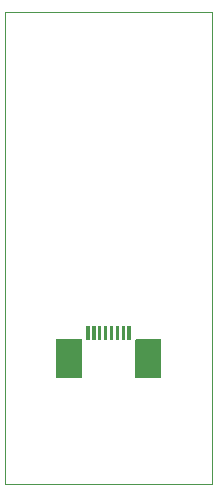
<source format=gbp>
G04 #@! TF.GenerationSoftware,KiCad,Pcbnew,(5.1.5-0-10_14)*
G04 #@! TF.CreationDate,2020-02-15T13:43:34+07:00*
G04 #@! TF.ProjectId,connector-breakout-a1,636f6e6e-6563-4746-9f72-2d627265616b,rev?*
G04 #@! TF.SameCoordinates,Original*
G04 #@! TF.FileFunction,Paste,Bot*
G04 #@! TF.FilePolarity,Positive*
%FSLAX46Y46*%
G04 Gerber Fmt 4.6, Leading zero omitted, Abs format (unit mm)*
G04 Created by KiCad (PCBNEW (5.1.5-0-10_14)) date 2020-02-15 13:43:34*
%MOMM*%
%LPD*%
G04 APERTURE LIST*
%ADD10C,0.010000*%
%ADD11C,0.100000*%
G04 APERTURE END LIST*
D10*
X100749999Y-110990000D02*
X83250001Y-110990000D01*
X83250001Y-110990000D02*
X83250000Y-70990000D01*
X100750001Y-70990000D02*
X100749999Y-110990000D01*
X83250000Y-70990000D02*
X100750000Y-70990000D01*
D11*
G36*
X89660704Y-98710477D02*
G01*
X89670314Y-98711902D01*
X89679738Y-98714263D01*
X89688886Y-98717536D01*
X89697668Y-98721690D01*
X89706001Y-98726685D01*
X89713805Y-98732472D01*
X89721004Y-98738996D01*
X89727528Y-98746195D01*
X89733315Y-98753999D01*
X89738310Y-98762332D01*
X89742464Y-98771114D01*
X89745737Y-98780262D01*
X89748098Y-98789686D01*
X89749523Y-98799296D01*
X89750000Y-98809000D01*
X89750000Y-101911000D01*
X89749523Y-101920704D01*
X89748098Y-101930314D01*
X89745737Y-101939738D01*
X89742464Y-101948886D01*
X89738310Y-101957668D01*
X89733315Y-101966001D01*
X89727528Y-101973805D01*
X89721004Y-101981004D01*
X89713805Y-101987528D01*
X89706001Y-101993315D01*
X89697668Y-101998310D01*
X89688886Y-102002464D01*
X89679738Y-102005737D01*
X89670314Y-102008098D01*
X89660704Y-102009523D01*
X89651000Y-102010000D01*
X87649000Y-102010000D01*
X87639296Y-102009523D01*
X87629686Y-102008098D01*
X87620262Y-102005737D01*
X87611114Y-102002464D01*
X87602332Y-101998310D01*
X87593999Y-101993315D01*
X87586195Y-101987528D01*
X87578996Y-101981004D01*
X87572472Y-101973805D01*
X87566685Y-101966001D01*
X87561690Y-101957668D01*
X87557536Y-101948886D01*
X87554263Y-101939738D01*
X87551902Y-101930314D01*
X87550477Y-101920704D01*
X87550000Y-101911000D01*
X87550000Y-98809000D01*
X87550477Y-98799296D01*
X87551902Y-98789686D01*
X87554263Y-98780262D01*
X87557536Y-98771114D01*
X87561690Y-98762332D01*
X87566685Y-98753999D01*
X87572472Y-98746195D01*
X87578996Y-98738996D01*
X87586195Y-98732472D01*
X87593999Y-98726685D01*
X87602332Y-98721690D01*
X87611114Y-98717536D01*
X87620262Y-98714263D01*
X87629686Y-98711902D01*
X87639296Y-98710477D01*
X87649000Y-98710000D01*
X89651000Y-98710000D01*
X89660704Y-98710477D01*
G37*
G36*
X96360704Y-98710477D02*
G01*
X96370314Y-98711902D01*
X96379738Y-98714263D01*
X96388886Y-98717536D01*
X96397668Y-98721690D01*
X96406001Y-98726685D01*
X96413805Y-98732472D01*
X96421004Y-98738996D01*
X96427528Y-98746195D01*
X96433315Y-98753999D01*
X96438310Y-98762332D01*
X96442464Y-98771114D01*
X96445737Y-98780262D01*
X96448098Y-98789686D01*
X96449523Y-98799296D01*
X96450000Y-98809000D01*
X96450000Y-101911000D01*
X96449523Y-101920704D01*
X96448098Y-101930314D01*
X96445737Y-101939738D01*
X96442464Y-101948886D01*
X96438310Y-101957668D01*
X96433315Y-101966001D01*
X96427528Y-101973805D01*
X96421004Y-101981004D01*
X96413805Y-101987528D01*
X96406001Y-101993315D01*
X96397668Y-101998310D01*
X96388886Y-102002464D01*
X96379738Y-102005737D01*
X96370314Y-102008098D01*
X96360704Y-102009523D01*
X96351000Y-102010000D01*
X94349000Y-102010000D01*
X94339296Y-102009523D01*
X94329686Y-102008098D01*
X94320262Y-102005737D01*
X94311114Y-102002464D01*
X94302332Y-101998310D01*
X94293999Y-101993315D01*
X94286195Y-101987528D01*
X94278996Y-101981004D01*
X94272472Y-101973805D01*
X94266685Y-101966001D01*
X94261690Y-101957668D01*
X94257536Y-101948886D01*
X94254263Y-101939738D01*
X94251902Y-101930314D01*
X94250477Y-101920704D01*
X94250000Y-101911000D01*
X94250000Y-98809000D01*
X94250477Y-98799296D01*
X94251902Y-98789686D01*
X94254263Y-98780262D01*
X94257536Y-98771114D01*
X94261690Y-98762332D01*
X94266685Y-98753999D01*
X94272472Y-98746195D01*
X94278996Y-98738996D01*
X94286195Y-98732472D01*
X94293999Y-98726685D01*
X94302332Y-98721690D01*
X94311114Y-98717536D01*
X94320262Y-98714263D01*
X94329686Y-98711902D01*
X94339296Y-98710477D01*
X94349000Y-98710000D01*
X96351000Y-98710000D01*
X96360704Y-98710477D01*
G37*
G36*
X90354811Y-97590241D02*
G01*
X90359674Y-97590963D01*
X90364443Y-97592157D01*
X90369072Y-97593814D01*
X90373517Y-97595916D01*
X90377734Y-97598443D01*
X90381683Y-97601372D01*
X90385326Y-97604674D01*
X90388628Y-97608317D01*
X90391557Y-97612266D01*
X90394084Y-97616483D01*
X90396186Y-97620928D01*
X90397843Y-97625557D01*
X90399037Y-97630326D01*
X90399759Y-97635189D01*
X90400000Y-97640100D01*
X90400000Y-98739900D01*
X90399759Y-98744811D01*
X90399037Y-98749674D01*
X90397843Y-98754443D01*
X90396186Y-98759072D01*
X90394084Y-98763517D01*
X90391557Y-98767734D01*
X90388628Y-98771683D01*
X90385326Y-98775326D01*
X90381683Y-98778628D01*
X90377734Y-98781557D01*
X90373517Y-98784084D01*
X90369072Y-98786186D01*
X90364443Y-98787843D01*
X90359674Y-98789037D01*
X90354811Y-98789759D01*
X90349900Y-98790000D01*
X90150100Y-98790000D01*
X90145189Y-98789759D01*
X90140326Y-98789037D01*
X90135557Y-98787843D01*
X90130928Y-98786186D01*
X90126483Y-98784084D01*
X90122266Y-98781557D01*
X90118317Y-98778628D01*
X90114674Y-98775326D01*
X90111372Y-98771683D01*
X90108443Y-98767734D01*
X90105916Y-98763517D01*
X90103814Y-98759072D01*
X90102157Y-98754443D01*
X90100963Y-98749674D01*
X90100241Y-98744811D01*
X90100000Y-98739900D01*
X90100000Y-97640100D01*
X90100241Y-97635189D01*
X90100963Y-97630326D01*
X90102157Y-97625557D01*
X90103814Y-97620928D01*
X90105916Y-97616483D01*
X90108443Y-97612266D01*
X90111372Y-97608317D01*
X90114674Y-97604674D01*
X90118317Y-97601372D01*
X90122266Y-97598443D01*
X90126483Y-97595916D01*
X90130928Y-97593814D01*
X90135557Y-97592157D01*
X90140326Y-97590963D01*
X90145189Y-97590241D01*
X90150100Y-97590000D01*
X90349900Y-97590000D01*
X90354811Y-97590241D01*
G37*
G36*
X90854811Y-97590241D02*
G01*
X90859674Y-97590963D01*
X90864443Y-97592157D01*
X90869072Y-97593814D01*
X90873517Y-97595916D01*
X90877734Y-97598443D01*
X90881683Y-97601372D01*
X90885326Y-97604674D01*
X90888628Y-97608317D01*
X90891557Y-97612266D01*
X90894084Y-97616483D01*
X90896186Y-97620928D01*
X90897843Y-97625557D01*
X90899037Y-97630326D01*
X90899759Y-97635189D01*
X90900000Y-97640100D01*
X90900000Y-98739900D01*
X90899759Y-98744811D01*
X90899037Y-98749674D01*
X90897843Y-98754443D01*
X90896186Y-98759072D01*
X90894084Y-98763517D01*
X90891557Y-98767734D01*
X90888628Y-98771683D01*
X90885326Y-98775326D01*
X90881683Y-98778628D01*
X90877734Y-98781557D01*
X90873517Y-98784084D01*
X90869072Y-98786186D01*
X90864443Y-98787843D01*
X90859674Y-98789037D01*
X90854811Y-98789759D01*
X90849900Y-98790000D01*
X90650100Y-98790000D01*
X90645189Y-98789759D01*
X90640326Y-98789037D01*
X90635557Y-98787843D01*
X90630928Y-98786186D01*
X90626483Y-98784084D01*
X90622266Y-98781557D01*
X90618317Y-98778628D01*
X90614674Y-98775326D01*
X90611372Y-98771683D01*
X90608443Y-98767734D01*
X90605916Y-98763517D01*
X90603814Y-98759072D01*
X90602157Y-98754443D01*
X90600963Y-98749674D01*
X90600241Y-98744811D01*
X90600000Y-98739900D01*
X90600000Y-97640100D01*
X90600241Y-97635189D01*
X90600963Y-97630326D01*
X90602157Y-97625557D01*
X90603814Y-97620928D01*
X90605916Y-97616483D01*
X90608443Y-97612266D01*
X90611372Y-97608317D01*
X90614674Y-97604674D01*
X90618317Y-97601372D01*
X90622266Y-97598443D01*
X90626483Y-97595916D01*
X90630928Y-97593814D01*
X90635557Y-97592157D01*
X90640326Y-97590963D01*
X90645189Y-97590241D01*
X90650100Y-97590000D01*
X90849900Y-97590000D01*
X90854811Y-97590241D01*
G37*
G36*
X91354811Y-97590241D02*
G01*
X91359674Y-97590963D01*
X91364443Y-97592157D01*
X91369072Y-97593814D01*
X91373517Y-97595916D01*
X91377734Y-97598443D01*
X91381683Y-97601372D01*
X91385326Y-97604674D01*
X91388628Y-97608317D01*
X91391557Y-97612266D01*
X91394084Y-97616483D01*
X91396186Y-97620928D01*
X91397843Y-97625557D01*
X91399037Y-97630326D01*
X91399759Y-97635189D01*
X91400000Y-97640100D01*
X91400000Y-98739900D01*
X91399759Y-98744811D01*
X91399037Y-98749674D01*
X91397843Y-98754443D01*
X91396186Y-98759072D01*
X91394084Y-98763517D01*
X91391557Y-98767734D01*
X91388628Y-98771683D01*
X91385326Y-98775326D01*
X91381683Y-98778628D01*
X91377734Y-98781557D01*
X91373517Y-98784084D01*
X91369072Y-98786186D01*
X91364443Y-98787843D01*
X91359674Y-98789037D01*
X91354811Y-98789759D01*
X91349900Y-98790000D01*
X91150100Y-98790000D01*
X91145189Y-98789759D01*
X91140326Y-98789037D01*
X91135557Y-98787843D01*
X91130928Y-98786186D01*
X91126483Y-98784084D01*
X91122266Y-98781557D01*
X91118317Y-98778628D01*
X91114674Y-98775326D01*
X91111372Y-98771683D01*
X91108443Y-98767734D01*
X91105916Y-98763517D01*
X91103814Y-98759072D01*
X91102157Y-98754443D01*
X91100963Y-98749674D01*
X91100241Y-98744811D01*
X91100000Y-98739900D01*
X91100000Y-97640100D01*
X91100241Y-97635189D01*
X91100963Y-97630326D01*
X91102157Y-97625557D01*
X91103814Y-97620928D01*
X91105916Y-97616483D01*
X91108443Y-97612266D01*
X91111372Y-97608317D01*
X91114674Y-97604674D01*
X91118317Y-97601372D01*
X91122266Y-97598443D01*
X91126483Y-97595916D01*
X91130928Y-97593814D01*
X91135557Y-97592157D01*
X91140326Y-97590963D01*
X91145189Y-97590241D01*
X91150100Y-97590000D01*
X91349900Y-97590000D01*
X91354811Y-97590241D01*
G37*
G36*
X91854811Y-97590241D02*
G01*
X91859674Y-97590963D01*
X91864443Y-97592157D01*
X91869072Y-97593814D01*
X91873517Y-97595916D01*
X91877734Y-97598443D01*
X91881683Y-97601372D01*
X91885326Y-97604674D01*
X91888628Y-97608317D01*
X91891557Y-97612266D01*
X91894084Y-97616483D01*
X91896186Y-97620928D01*
X91897843Y-97625557D01*
X91899037Y-97630326D01*
X91899759Y-97635189D01*
X91900000Y-97640100D01*
X91900000Y-98739900D01*
X91899759Y-98744811D01*
X91899037Y-98749674D01*
X91897843Y-98754443D01*
X91896186Y-98759072D01*
X91894084Y-98763517D01*
X91891557Y-98767734D01*
X91888628Y-98771683D01*
X91885326Y-98775326D01*
X91881683Y-98778628D01*
X91877734Y-98781557D01*
X91873517Y-98784084D01*
X91869072Y-98786186D01*
X91864443Y-98787843D01*
X91859674Y-98789037D01*
X91854811Y-98789759D01*
X91849900Y-98790000D01*
X91650100Y-98790000D01*
X91645189Y-98789759D01*
X91640326Y-98789037D01*
X91635557Y-98787843D01*
X91630928Y-98786186D01*
X91626483Y-98784084D01*
X91622266Y-98781557D01*
X91618317Y-98778628D01*
X91614674Y-98775326D01*
X91611372Y-98771683D01*
X91608443Y-98767734D01*
X91605916Y-98763517D01*
X91603814Y-98759072D01*
X91602157Y-98754443D01*
X91600963Y-98749674D01*
X91600241Y-98744811D01*
X91600000Y-98739900D01*
X91600000Y-97640100D01*
X91600241Y-97635189D01*
X91600963Y-97630326D01*
X91602157Y-97625557D01*
X91603814Y-97620928D01*
X91605916Y-97616483D01*
X91608443Y-97612266D01*
X91611372Y-97608317D01*
X91614674Y-97604674D01*
X91618317Y-97601372D01*
X91622266Y-97598443D01*
X91626483Y-97595916D01*
X91630928Y-97593814D01*
X91635557Y-97592157D01*
X91640326Y-97590963D01*
X91645189Y-97590241D01*
X91650100Y-97590000D01*
X91849900Y-97590000D01*
X91854811Y-97590241D01*
G37*
G36*
X92354811Y-97590241D02*
G01*
X92359674Y-97590963D01*
X92364443Y-97592157D01*
X92369072Y-97593814D01*
X92373517Y-97595916D01*
X92377734Y-97598443D01*
X92381683Y-97601372D01*
X92385326Y-97604674D01*
X92388628Y-97608317D01*
X92391557Y-97612266D01*
X92394084Y-97616483D01*
X92396186Y-97620928D01*
X92397843Y-97625557D01*
X92399037Y-97630326D01*
X92399759Y-97635189D01*
X92400000Y-97640100D01*
X92400000Y-98739900D01*
X92399759Y-98744811D01*
X92399037Y-98749674D01*
X92397843Y-98754443D01*
X92396186Y-98759072D01*
X92394084Y-98763517D01*
X92391557Y-98767734D01*
X92388628Y-98771683D01*
X92385326Y-98775326D01*
X92381683Y-98778628D01*
X92377734Y-98781557D01*
X92373517Y-98784084D01*
X92369072Y-98786186D01*
X92364443Y-98787843D01*
X92359674Y-98789037D01*
X92354811Y-98789759D01*
X92349900Y-98790000D01*
X92150100Y-98790000D01*
X92145189Y-98789759D01*
X92140326Y-98789037D01*
X92135557Y-98787843D01*
X92130928Y-98786186D01*
X92126483Y-98784084D01*
X92122266Y-98781557D01*
X92118317Y-98778628D01*
X92114674Y-98775326D01*
X92111372Y-98771683D01*
X92108443Y-98767734D01*
X92105916Y-98763517D01*
X92103814Y-98759072D01*
X92102157Y-98754443D01*
X92100963Y-98749674D01*
X92100241Y-98744811D01*
X92100000Y-98739900D01*
X92100000Y-97640100D01*
X92100241Y-97635189D01*
X92100963Y-97630326D01*
X92102157Y-97625557D01*
X92103814Y-97620928D01*
X92105916Y-97616483D01*
X92108443Y-97612266D01*
X92111372Y-97608317D01*
X92114674Y-97604674D01*
X92118317Y-97601372D01*
X92122266Y-97598443D01*
X92126483Y-97595916D01*
X92130928Y-97593814D01*
X92135557Y-97592157D01*
X92140326Y-97590963D01*
X92145189Y-97590241D01*
X92150100Y-97590000D01*
X92349900Y-97590000D01*
X92354811Y-97590241D01*
G37*
G36*
X92854811Y-97590241D02*
G01*
X92859674Y-97590963D01*
X92864443Y-97592157D01*
X92869072Y-97593814D01*
X92873517Y-97595916D01*
X92877734Y-97598443D01*
X92881683Y-97601372D01*
X92885326Y-97604674D01*
X92888628Y-97608317D01*
X92891557Y-97612266D01*
X92894084Y-97616483D01*
X92896186Y-97620928D01*
X92897843Y-97625557D01*
X92899037Y-97630326D01*
X92899759Y-97635189D01*
X92900000Y-97640100D01*
X92900000Y-98739900D01*
X92899759Y-98744811D01*
X92899037Y-98749674D01*
X92897843Y-98754443D01*
X92896186Y-98759072D01*
X92894084Y-98763517D01*
X92891557Y-98767734D01*
X92888628Y-98771683D01*
X92885326Y-98775326D01*
X92881683Y-98778628D01*
X92877734Y-98781557D01*
X92873517Y-98784084D01*
X92869072Y-98786186D01*
X92864443Y-98787843D01*
X92859674Y-98789037D01*
X92854811Y-98789759D01*
X92849900Y-98790000D01*
X92650100Y-98790000D01*
X92645189Y-98789759D01*
X92640326Y-98789037D01*
X92635557Y-98787843D01*
X92630928Y-98786186D01*
X92626483Y-98784084D01*
X92622266Y-98781557D01*
X92618317Y-98778628D01*
X92614674Y-98775326D01*
X92611372Y-98771683D01*
X92608443Y-98767734D01*
X92605916Y-98763517D01*
X92603814Y-98759072D01*
X92602157Y-98754443D01*
X92600963Y-98749674D01*
X92600241Y-98744811D01*
X92600000Y-98739900D01*
X92600000Y-97640100D01*
X92600241Y-97635189D01*
X92600963Y-97630326D01*
X92602157Y-97625557D01*
X92603814Y-97620928D01*
X92605916Y-97616483D01*
X92608443Y-97612266D01*
X92611372Y-97608317D01*
X92614674Y-97604674D01*
X92618317Y-97601372D01*
X92622266Y-97598443D01*
X92626483Y-97595916D01*
X92630928Y-97593814D01*
X92635557Y-97592157D01*
X92640326Y-97590963D01*
X92645189Y-97590241D01*
X92650100Y-97590000D01*
X92849900Y-97590000D01*
X92854811Y-97590241D01*
G37*
G36*
X93354811Y-97590241D02*
G01*
X93359674Y-97590963D01*
X93364443Y-97592157D01*
X93369072Y-97593814D01*
X93373517Y-97595916D01*
X93377734Y-97598443D01*
X93381683Y-97601372D01*
X93385326Y-97604674D01*
X93388628Y-97608317D01*
X93391557Y-97612266D01*
X93394084Y-97616483D01*
X93396186Y-97620928D01*
X93397843Y-97625557D01*
X93399037Y-97630326D01*
X93399759Y-97635189D01*
X93400000Y-97640100D01*
X93400000Y-98739900D01*
X93399759Y-98744811D01*
X93399037Y-98749674D01*
X93397843Y-98754443D01*
X93396186Y-98759072D01*
X93394084Y-98763517D01*
X93391557Y-98767734D01*
X93388628Y-98771683D01*
X93385326Y-98775326D01*
X93381683Y-98778628D01*
X93377734Y-98781557D01*
X93373517Y-98784084D01*
X93369072Y-98786186D01*
X93364443Y-98787843D01*
X93359674Y-98789037D01*
X93354811Y-98789759D01*
X93349900Y-98790000D01*
X93150100Y-98790000D01*
X93145189Y-98789759D01*
X93140326Y-98789037D01*
X93135557Y-98787843D01*
X93130928Y-98786186D01*
X93126483Y-98784084D01*
X93122266Y-98781557D01*
X93118317Y-98778628D01*
X93114674Y-98775326D01*
X93111372Y-98771683D01*
X93108443Y-98767734D01*
X93105916Y-98763517D01*
X93103814Y-98759072D01*
X93102157Y-98754443D01*
X93100963Y-98749674D01*
X93100241Y-98744811D01*
X93100000Y-98739900D01*
X93100000Y-97640100D01*
X93100241Y-97635189D01*
X93100963Y-97630326D01*
X93102157Y-97625557D01*
X93103814Y-97620928D01*
X93105916Y-97616483D01*
X93108443Y-97612266D01*
X93111372Y-97608317D01*
X93114674Y-97604674D01*
X93118317Y-97601372D01*
X93122266Y-97598443D01*
X93126483Y-97595916D01*
X93130928Y-97593814D01*
X93135557Y-97592157D01*
X93140326Y-97590963D01*
X93145189Y-97590241D01*
X93150100Y-97590000D01*
X93349900Y-97590000D01*
X93354811Y-97590241D01*
G37*
G36*
X93854811Y-97590241D02*
G01*
X93859674Y-97590963D01*
X93864443Y-97592157D01*
X93869072Y-97593814D01*
X93873517Y-97595916D01*
X93877734Y-97598443D01*
X93881683Y-97601372D01*
X93885326Y-97604674D01*
X93888628Y-97608317D01*
X93891557Y-97612266D01*
X93894084Y-97616483D01*
X93896186Y-97620928D01*
X93897843Y-97625557D01*
X93899037Y-97630326D01*
X93899759Y-97635189D01*
X93900000Y-97640100D01*
X93900000Y-98739900D01*
X93899759Y-98744811D01*
X93899037Y-98749674D01*
X93897843Y-98754443D01*
X93896186Y-98759072D01*
X93894084Y-98763517D01*
X93891557Y-98767734D01*
X93888628Y-98771683D01*
X93885326Y-98775326D01*
X93881683Y-98778628D01*
X93877734Y-98781557D01*
X93873517Y-98784084D01*
X93869072Y-98786186D01*
X93864443Y-98787843D01*
X93859674Y-98789037D01*
X93854811Y-98789759D01*
X93849900Y-98790000D01*
X93650100Y-98790000D01*
X93645189Y-98789759D01*
X93640326Y-98789037D01*
X93635557Y-98787843D01*
X93630928Y-98786186D01*
X93626483Y-98784084D01*
X93622266Y-98781557D01*
X93618317Y-98778628D01*
X93614674Y-98775326D01*
X93611372Y-98771683D01*
X93608443Y-98767734D01*
X93605916Y-98763517D01*
X93603814Y-98759072D01*
X93602157Y-98754443D01*
X93600963Y-98749674D01*
X93600241Y-98744811D01*
X93600000Y-98739900D01*
X93600000Y-97640100D01*
X93600241Y-97635189D01*
X93600963Y-97630326D01*
X93602157Y-97625557D01*
X93603814Y-97620928D01*
X93605916Y-97616483D01*
X93608443Y-97612266D01*
X93611372Y-97608317D01*
X93614674Y-97604674D01*
X93618317Y-97601372D01*
X93622266Y-97598443D01*
X93626483Y-97595916D01*
X93630928Y-97593814D01*
X93635557Y-97592157D01*
X93640326Y-97590963D01*
X93645189Y-97590241D01*
X93650100Y-97590000D01*
X93849900Y-97590000D01*
X93854811Y-97590241D01*
G37*
M02*

</source>
